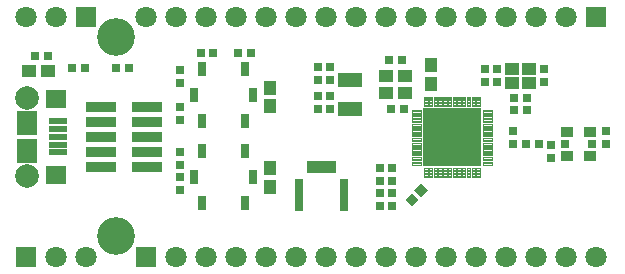
<source format=gts>
G75*
%MOIN*%
%OFA0B0*%
%FSLAX25Y25*%
%IPPOS*%
%LPD*%
%AMOC8*
5,1,8,0,0,1.08239X$1,22.5*
%
%ADD10C,0.00472*%
%ADD11R,0.19291X0.19291*%
%ADD12C,0.04362*%
%ADD13R,0.04528X0.04134*%
%ADD14R,0.03150X0.03150*%
%ADD15R,0.04921X0.04331*%
%ADD16R,0.03150X0.03150*%
%ADD17R,0.04331X0.04921*%
%ADD18R,0.07874X0.04724*%
%ADD19R,0.03937X0.03740*%
%ADD20R,0.03071X0.02756*%
%ADD21R,0.02165X0.03937*%
%ADD22R,0.03150X0.11024*%
%ADD23R,0.10236X0.03780*%
%ADD24R,0.06102X0.02362*%
%ADD25R,0.07087X0.06299*%
%ADD26R,0.06890X0.08268*%
%ADD27C,0.07874*%
%ADD28C,0.12598*%
%ADD29R,0.03150X0.04724*%
%ADD30R,0.02559X0.04724*%
%ADD31R,0.07087X0.07087*%
%ADD32C,0.07087*%
D10*
X0137508Y0037063D02*
X0140382Y0037063D01*
X0137508Y0037063D02*
X0137508Y0038165D01*
X0140382Y0038165D01*
X0140382Y0037063D01*
X0140382Y0037534D02*
X0137508Y0037534D01*
X0137508Y0038005D02*
X0140382Y0038005D01*
X0140382Y0038638D02*
X0137508Y0038638D01*
X0137508Y0039740D01*
X0140382Y0039740D01*
X0140382Y0038638D01*
X0140382Y0039109D02*
X0137508Y0039109D01*
X0137508Y0039580D02*
X0140382Y0039580D01*
X0140382Y0040213D02*
X0137508Y0040213D01*
X0137508Y0041315D01*
X0140382Y0041315D01*
X0140382Y0040213D01*
X0140382Y0040684D02*
X0137508Y0040684D01*
X0137508Y0041155D02*
X0140382Y0041155D01*
X0140382Y0041788D02*
X0137508Y0041788D01*
X0137508Y0042890D01*
X0140382Y0042890D01*
X0140382Y0041788D01*
X0140382Y0042259D02*
X0137508Y0042259D01*
X0137508Y0042730D02*
X0140382Y0042730D01*
X0140382Y0043362D02*
X0137508Y0043362D01*
X0137508Y0044464D01*
X0140382Y0044464D01*
X0140382Y0043362D01*
X0140382Y0043833D02*
X0137508Y0043833D01*
X0137508Y0044304D02*
X0140382Y0044304D01*
X0140382Y0044937D02*
X0137508Y0044937D01*
X0137508Y0046039D01*
X0140382Y0046039D01*
X0140382Y0044937D01*
X0140382Y0045408D02*
X0137508Y0045408D01*
X0137508Y0045879D02*
X0140382Y0045879D01*
X0140382Y0046512D02*
X0137508Y0046512D01*
X0137508Y0047614D01*
X0140382Y0047614D01*
X0140382Y0046512D01*
X0140382Y0046983D02*
X0137508Y0046983D01*
X0137508Y0047454D02*
X0140382Y0047454D01*
X0140382Y0048087D02*
X0137508Y0048087D01*
X0137508Y0049189D01*
X0140382Y0049189D01*
X0140382Y0048087D01*
X0140382Y0048558D02*
X0137508Y0048558D01*
X0137508Y0049029D02*
X0140382Y0049029D01*
X0140382Y0049662D02*
X0137508Y0049662D01*
X0137508Y0050764D01*
X0140382Y0050764D01*
X0140382Y0049662D01*
X0140382Y0050133D02*
X0137508Y0050133D01*
X0137508Y0050604D02*
X0140382Y0050604D01*
X0140382Y0051236D02*
X0137508Y0051236D01*
X0137508Y0052338D01*
X0140382Y0052338D01*
X0140382Y0051236D01*
X0140382Y0051707D02*
X0137508Y0051707D01*
X0137508Y0052178D02*
X0140382Y0052178D01*
X0140382Y0052811D02*
X0137508Y0052811D01*
X0137508Y0053913D01*
X0140382Y0053913D01*
X0140382Y0052811D01*
X0140382Y0053282D02*
X0137508Y0053282D01*
X0137508Y0053753D02*
X0140382Y0053753D01*
X0140382Y0054386D02*
X0137508Y0054386D01*
X0137508Y0055488D01*
X0140382Y0055488D01*
X0140382Y0054386D01*
X0140382Y0054857D02*
X0137508Y0054857D01*
X0137508Y0055328D02*
X0140382Y0055328D01*
X0141543Y0056650D02*
X0141543Y0059524D01*
X0142645Y0059524D01*
X0142645Y0056650D01*
X0141543Y0056650D01*
X0141543Y0057121D02*
X0142645Y0057121D01*
X0142645Y0057592D02*
X0141543Y0057592D01*
X0141543Y0058063D02*
X0142645Y0058063D01*
X0142645Y0058534D02*
X0141543Y0058534D01*
X0141543Y0059005D02*
X0142645Y0059005D01*
X0142645Y0059476D02*
X0141543Y0059476D01*
X0143118Y0059524D02*
X0143118Y0056650D01*
X0143118Y0059524D02*
X0144220Y0059524D01*
X0144220Y0056650D01*
X0143118Y0056650D01*
X0143118Y0057121D02*
X0144220Y0057121D01*
X0144220Y0057592D02*
X0143118Y0057592D01*
X0143118Y0058063D02*
X0144220Y0058063D01*
X0144220Y0058534D02*
X0143118Y0058534D01*
X0143118Y0059005D02*
X0144220Y0059005D01*
X0144220Y0059476D02*
X0143118Y0059476D01*
X0144693Y0059524D02*
X0144693Y0056650D01*
X0144693Y0059524D02*
X0145795Y0059524D01*
X0145795Y0056650D01*
X0144693Y0056650D01*
X0144693Y0057121D02*
X0145795Y0057121D01*
X0145795Y0057592D02*
X0144693Y0057592D01*
X0144693Y0058063D02*
X0145795Y0058063D01*
X0145795Y0058534D02*
X0144693Y0058534D01*
X0144693Y0059005D02*
X0145795Y0059005D01*
X0145795Y0059476D02*
X0144693Y0059476D01*
X0146268Y0059524D02*
X0146268Y0056650D01*
X0146268Y0059524D02*
X0147370Y0059524D01*
X0147370Y0056650D01*
X0146268Y0056650D01*
X0146268Y0057121D02*
X0147370Y0057121D01*
X0147370Y0057592D02*
X0146268Y0057592D01*
X0146268Y0058063D02*
X0147370Y0058063D01*
X0147370Y0058534D02*
X0146268Y0058534D01*
X0146268Y0059005D02*
X0147370Y0059005D01*
X0147370Y0059476D02*
X0146268Y0059476D01*
X0147843Y0059524D02*
X0147843Y0056650D01*
X0147843Y0059524D02*
X0148945Y0059524D01*
X0148945Y0056650D01*
X0147843Y0056650D01*
X0147843Y0057121D02*
X0148945Y0057121D01*
X0148945Y0057592D02*
X0147843Y0057592D01*
X0147843Y0058063D02*
X0148945Y0058063D01*
X0148945Y0058534D02*
X0147843Y0058534D01*
X0147843Y0059005D02*
X0148945Y0059005D01*
X0148945Y0059476D02*
X0147843Y0059476D01*
X0149418Y0059524D02*
X0149418Y0056650D01*
X0149418Y0059524D02*
X0150520Y0059524D01*
X0150520Y0056650D01*
X0149418Y0056650D01*
X0149418Y0057121D02*
X0150520Y0057121D01*
X0150520Y0057592D02*
X0149418Y0057592D01*
X0149418Y0058063D02*
X0150520Y0058063D01*
X0150520Y0058534D02*
X0149418Y0058534D01*
X0149418Y0059005D02*
X0150520Y0059005D01*
X0150520Y0059476D02*
X0149418Y0059476D01*
X0150992Y0059524D02*
X0150992Y0056650D01*
X0150992Y0059524D02*
X0152094Y0059524D01*
X0152094Y0056650D01*
X0150992Y0056650D01*
X0150992Y0057121D02*
X0152094Y0057121D01*
X0152094Y0057592D02*
X0150992Y0057592D01*
X0150992Y0058063D02*
X0152094Y0058063D01*
X0152094Y0058534D02*
X0150992Y0058534D01*
X0150992Y0059005D02*
X0152094Y0059005D01*
X0152094Y0059476D02*
X0150992Y0059476D01*
X0152567Y0059524D02*
X0152567Y0056650D01*
X0152567Y0059524D02*
X0153669Y0059524D01*
X0153669Y0056650D01*
X0152567Y0056650D01*
X0152567Y0057121D02*
X0153669Y0057121D01*
X0153669Y0057592D02*
X0152567Y0057592D01*
X0152567Y0058063D02*
X0153669Y0058063D01*
X0153669Y0058534D02*
X0152567Y0058534D01*
X0152567Y0059005D02*
X0153669Y0059005D01*
X0153669Y0059476D02*
X0152567Y0059476D01*
X0154142Y0059524D02*
X0154142Y0056650D01*
X0154142Y0059524D02*
X0155244Y0059524D01*
X0155244Y0056650D01*
X0154142Y0056650D01*
X0154142Y0057121D02*
X0155244Y0057121D01*
X0155244Y0057592D02*
X0154142Y0057592D01*
X0154142Y0058063D02*
X0155244Y0058063D01*
X0155244Y0058534D02*
X0154142Y0058534D01*
X0154142Y0059005D02*
X0155244Y0059005D01*
X0155244Y0059476D02*
X0154142Y0059476D01*
X0155717Y0059524D02*
X0155717Y0056650D01*
X0155717Y0059524D02*
X0156819Y0059524D01*
X0156819Y0056650D01*
X0155717Y0056650D01*
X0155717Y0057121D02*
X0156819Y0057121D01*
X0156819Y0057592D02*
X0155717Y0057592D01*
X0155717Y0058063D02*
X0156819Y0058063D01*
X0156819Y0058534D02*
X0155717Y0058534D01*
X0155717Y0059005D02*
X0156819Y0059005D01*
X0156819Y0059476D02*
X0155717Y0059476D01*
X0157292Y0059524D02*
X0157292Y0056650D01*
X0157292Y0059524D02*
X0158394Y0059524D01*
X0158394Y0056650D01*
X0157292Y0056650D01*
X0157292Y0057121D02*
X0158394Y0057121D01*
X0158394Y0057592D02*
X0157292Y0057592D01*
X0157292Y0058063D02*
X0158394Y0058063D01*
X0158394Y0058534D02*
X0157292Y0058534D01*
X0157292Y0059005D02*
X0158394Y0059005D01*
X0158394Y0059476D02*
X0157292Y0059476D01*
X0158866Y0059524D02*
X0158866Y0056650D01*
X0158866Y0059524D02*
X0159968Y0059524D01*
X0159968Y0056650D01*
X0158866Y0056650D01*
X0158866Y0057121D02*
X0159968Y0057121D01*
X0159968Y0057592D02*
X0158866Y0057592D01*
X0158866Y0058063D02*
X0159968Y0058063D01*
X0159968Y0058534D02*
X0158866Y0058534D01*
X0158866Y0059005D02*
X0159968Y0059005D01*
X0159968Y0059476D02*
X0158866Y0059476D01*
X0161130Y0055488D02*
X0164004Y0055488D01*
X0164004Y0054386D01*
X0161130Y0054386D01*
X0161130Y0055488D01*
X0161130Y0054857D02*
X0164004Y0054857D01*
X0164004Y0055328D02*
X0161130Y0055328D01*
X0161130Y0053913D02*
X0164004Y0053913D01*
X0164004Y0052811D01*
X0161130Y0052811D01*
X0161130Y0053913D01*
X0161130Y0053282D02*
X0164004Y0053282D01*
X0164004Y0053753D02*
X0161130Y0053753D01*
X0161130Y0052338D02*
X0164004Y0052338D01*
X0164004Y0051236D01*
X0161130Y0051236D01*
X0161130Y0052338D01*
X0161130Y0051707D02*
X0164004Y0051707D01*
X0164004Y0052178D02*
X0161130Y0052178D01*
X0161130Y0050764D02*
X0164004Y0050764D01*
X0164004Y0049662D01*
X0161130Y0049662D01*
X0161130Y0050764D01*
X0161130Y0050133D02*
X0164004Y0050133D01*
X0164004Y0050604D02*
X0161130Y0050604D01*
X0161130Y0049189D02*
X0164004Y0049189D01*
X0164004Y0048087D01*
X0161130Y0048087D01*
X0161130Y0049189D01*
X0161130Y0048558D02*
X0164004Y0048558D01*
X0164004Y0049029D02*
X0161130Y0049029D01*
X0161130Y0047614D02*
X0164004Y0047614D01*
X0164004Y0046512D01*
X0161130Y0046512D01*
X0161130Y0047614D01*
X0161130Y0046983D02*
X0164004Y0046983D01*
X0164004Y0047454D02*
X0161130Y0047454D01*
X0161130Y0046039D02*
X0164004Y0046039D01*
X0164004Y0044937D01*
X0161130Y0044937D01*
X0161130Y0046039D01*
X0161130Y0045408D02*
X0164004Y0045408D01*
X0164004Y0045879D02*
X0161130Y0045879D01*
X0161130Y0044464D02*
X0164004Y0044464D01*
X0164004Y0043362D01*
X0161130Y0043362D01*
X0161130Y0044464D01*
X0161130Y0043833D02*
X0164004Y0043833D01*
X0164004Y0044304D02*
X0161130Y0044304D01*
X0161130Y0042890D02*
X0164004Y0042890D01*
X0164004Y0041788D01*
X0161130Y0041788D01*
X0161130Y0042890D01*
X0161130Y0042259D02*
X0164004Y0042259D01*
X0164004Y0042730D02*
X0161130Y0042730D01*
X0161130Y0041315D02*
X0164004Y0041315D01*
X0164004Y0040213D01*
X0161130Y0040213D01*
X0161130Y0041315D01*
X0161130Y0040684D02*
X0164004Y0040684D01*
X0164004Y0041155D02*
X0161130Y0041155D01*
X0161130Y0039740D02*
X0164004Y0039740D01*
X0164004Y0038638D01*
X0161130Y0038638D01*
X0161130Y0039740D01*
X0161130Y0039109D02*
X0164004Y0039109D01*
X0164004Y0039580D02*
X0161130Y0039580D01*
X0161130Y0038165D02*
X0164004Y0038165D01*
X0164004Y0037063D01*
X0161130Y0037063D01*
X0161130Y0038165D01*
X0161130Y0037534D02*
X0164004Y0037534D01*
X0164004Y0038005D02*
X0161130Y0038005D01*
X0159968Y0035902D02*
X0159968Y0033028D01*
X0158866Y0033028D01*
X0158866Y0035902D01*
X0159968Y0035902D01*
X0159968Y0033499D02*
X0158866Y0033499D01*
X0158866Y0033970D02*
X0159968Y0033970D01*
X0159968Y0034441D02*
X0158866Y0034441D01*
X0158866Y0034912D02*
X0159968Y0034912D01*
X0159968Y0035383D02*
X0158866Y0035383D01*
X0158866Y0035854D02*
X0159968Y0035854D01*
X0158394Y0035902D02*
X0158394Y0033028D01*
X0157292Y0033028D01*
X0157292Y0035902D01*
X0158394Y0035902D01*
X0158394Y0033499D02*
X0157292Y0033499D01*
X0157292Y0033970D02*
X0158394Y0033970D01*
X0158394Y0034441D02*
X0157292Y0034441D01*
X0157292Y0034912D02*
X0158394Y0034912D01*
X0158394Y0035383D02*
X0157292Y0035383D01*
X0157292Y0035854D02*
X0158394Y0035854D01*
X0156819Y0035902D02*
X0156819Y0033028D01*
X0155717Y0033028D01*
X0155717Y0035902D01*
X0156819Y0035902D01*
X0156819Y0033499D02*
X0155717Y0033499D01*
X0155717Y0033970D02*
X0156819Y0033970D01*
X0156819Y0034441D02*
X0155717Y0034441D01*
X0155717Y0034912D02*
X0156819Y0034912D01*
X0156819Y0035383D02*
X0155717Y0035383D01*
X0155717Y0035854D02*
X0156819Y0035854D01*
X0155244Y0035902D02*
X0155244Y0033028D01*
X0154142Y0033028D01*
X0154142Y0035902D01*
X0155244Y0035902D01*
X0155244Y0033499D02*
X0154142Y0033499D01*
X0154142Y0033970D02*
X0155244Y0033970D01*
X0155244Y0034441D02*
X0154142Y0034441D01*
X0154142Y0034912D02*
X0155244Y0034912D01*
X0155244Y0035383D02*
X0154142Y0035383D01*
X0154142Y0035854D02*
X0155244Y0035854D01*
X0153669Y0035902D02*
X0153669Y0033028D01*
X0152567Y0033028D01*
X0152567Y0035902D01*
X0153669Y0035902D01*
X0153669Y0033499D02*
X0152567Y0033499D01*
X0152567Y0033970D02*
X0153669Y0033970D01*
X0153669Y0034441D02*
X0152567Y0034441D01*
X0152567Y0034912D02*
X0153669Y0034912D01*
X0153669Y0035383D02*
X0152567Y0035383D01*
X0152567Y0035854D02*
X0153669Y0035854D01*
X0152094Y0035902D02*
X0152094Y0033028D01*
X0150992Y0033028D01*
X0150992Y0035902D01*
X0152094Y0035902D01*
X0152094Y0033499D02*
X0150992Y0033499D01*
X0150992Y0033970D02*
X0152094Y0033970D01*
X0152094Y0034441D02*
X0150992Y0034441D01*
X0150992Y0034912D02*
X0152094Y0034912D01*
X0152094Y0035383D02*
X0150992Y0035383D01*
X0150992Y0035854D02*
X0152094Y0035854D01*
X0150520Y0035902D02*
X0150520Y0033028D01*
X0149418Y0033028D01*
X0149418Y0035902D01*
X0150520Y0035902D01*
X0150520Y0033499D02*
X0149418Y0033499D01*
X0149418Y0033970D02*
X0150520Y0033970D01*
X0150520Y0034441D02*
X0149418Y0034441D01*
X0149418Y0034912D02*
X0150520Y0034912D01*
X0150520Y0035383D02*
X0149418Y0035383D01*
X0149418Y0035854D02*
X0150520Y0035854D01*
X0148945Y0035902D02*
X0148945Y0033028D01*
X0147843Y0033028D01*
X0147843Y0035902D01*
X0148945Y0035902D01*
X0148945Y0033499D02*
X0147843Y0033499D01*
X0147843Y0033970D02*
X0148945Y0033970D01*
X0148945Y0034441D02*
X0147843Y0034441D01*
X0147843Y0034912D02*
X0148945Y0034912D01*
X0148945Y0035383D02*
X0147843Y0035383D01*
X0147843Y0035854D02*
X0148945Y0035854D01*
X0147370Y0035902D02*
X0147370Y0033028D01*
X0146268Y0033028D01*
X0146268Y0035902D01*
X0147370Y0035902D01*
X0147370Y0033499D02*
X0146268Y0033499D01*
X0146268Y0033970D02*
X0147370Y0033970D01*
X0147370Y0034441D02*
X0146268Y0034441D01*
X0146268Y0034912D02*
X0147370Y0034912D01*
X0147370Y0035383D02*
X0146268Y0035383D01*
X0146268Y0035854D02*
X0147370Y0035854D01*
X0145795Y0035902D02*
X0145795Y0033028D01*
X0144693Y0033028D01*
X0144693Y0035902D01*
X0145795Y0035902D01*
X0145795Y0033499D02*
X0144693Y0033499D01*
X0144693Y0033970D02*
X0145795Y0033970D01*
X0145795Y0034441D02*
X0144693Y0034441D01*
X0144693Y0034912D02*
X0145795Y0034912D01*
X0145795Y0035383D02*
X0144693Y0035383D01*
X0144693Y0035854D02*
X0145795Y0035854D01*
X0144220Y0035902D02*
X0144220Y0033028D01*
X0143118Y0033028D01*
X0143118Y0035902D01*
X0144220Y0035902D01*
X0144220Y0033499D02*
X0143118Y0033499D01*
X0143118Y0033970D02*
X0144220Y0033970D01*
X0144220Y0034441D02*
X0143118Y0034441D01*
X0143118Y0034912D02*
X0144220Y0034912D01*
X0144220Y0035383D02*
X0143118Y0035383D01*
X0143118Y0035854D02*
X0144220Y0035854D01*
X0142645Y0035902D02*
X0142645Y0033028D01*
X0141543Y0033028D01*
X0141543Y0035902D01*
X0142645Y0035902D01*
X0142645Y0033499D02*
X0141543Y0033499D01*
X0141543Y0033970D02*
X0142645Y0033970D01*
X0142645Y0034441D02*
X0141543Y0034441D01*
X0141543Y0034912D02*
X0142645Y0034912D01*
X0142645Y0035383D02*
X0141543Y0035383D01*
X0141543Y0035854D02*
X0142645Y0035854D01*
D11*
X0150756Y0046276D03*
D12*
X0153118Y0043913D03*
X0157843Y0043913D03*
X0157843Y0039189D03*
X0153118Y0039189D03*
X0148394Y0039189D03*
X0143669Y0039189D03*
X0143669Y0043913D03*
X0148394Y0043913D03*
X0148394Y0048638D03*
X0143669Y0048638D03*
X0143669Y0053362D03*
X0148394Y0053362D03*
X0153118Y0053362D03*
X0157843Y0053362D03*
X0157843Y0048638D03*
X0153118Y0048638D03*
D13*
X0170736Y0064484D03*
X0176445Y0064484D03*
X0176445Y0069012D03*
X0170736Y0069012D03*
D14*
X0165717Y0068913D03*
X0161780Y0068913D03*
X0161780Y0064583D03*
X0165717Y0064583D03*
X0171425Y0059268D03*
X0175756Y0059268D03*
X0175756Y0055331D03*
X0171425Y0055331D03*
X0171228Y0048441D03*
X0171228Y0044110D03*
X0175362Y0044110D03*
X0179693Y0044110D03*
X0183827Y0043717D03*
X0183827Y0039386D03*
X0201937Y0043913D03*
X0201937Y0048244D03*
X0181465Y0064583D03*
X0181465Y0068913D03*
X0134024Y0071866D03*
X0129693Y0071866D03*
X0110205Y0069701D03*
X0106268Y0069701D03*
X0106268Y0065370D03*
X0110205Y0065370D03*
X0110205Y0059858D03*
X0106268Y0059858D03*
X0106268Y0055528D03*
X0110205Y0055528D03*
X0130480Y0055724D03*
X0134811Y0055724D03*
X0130677Y0035843D03*
X0126740Y0035843D03*
X0126740Y0031512D03*
X0130677Y0031512D03*
X0130677Y0027575D03*
X0126740Y0027575D03*
X0126740Y0023244D03*
X0130677Y0023244D03*
X0060047Y0028756D03*
X0060047Y0033087D03*
X0060047Y0037024D03*
X0060047Y0041354D03*
X0060047Y0051984D03*
X0060047Y0056315D03*
X0060047Y0064189D03*
X0060047Y0068520D03*
X0066937Y0074228D03*
X0071268Y0074228D03*
X0079535Y0074228D03*
X0083866Y0074228D03*
X0043118Y0069504D03*
X0038787Y0069504D03*
X0028551Y0069504D03*
X0024220Y0069504D03*
X0016150Y0073441D03*
X0011819Y0073441D03*
D15*
X0009654Y0068323D03*
X0015953Y0068323D03*
X0128709Y0066748D03*
X0135008Y0066748D03*
X0135008Y0060843D03*
X0128709Y0060843D03*
D16*
G36*
X0138249Y0028515D02*
X0140476Y0030742D01*
X0142703Y0028515D01*
X0140476Y0026288D01*
X0138249Y0028515D01*
G37*
G36*
X0135187Y0025453D02*
X0137414Y0027680D01*
X0139641Y0025453D01*
X0137414Y0023226D01*
X0135187Y0025453D01*
G37*
D17*
X0089969Y0029740D03*
X0089969Y0036039D03*
X0089969Y0056512D03*
X0089969Y0062811D03*
X0143669Y0063992D03*
X0143669Y0070291D03*
D18*
X0116898Y0065370D03*
X0116898Y0055528D03*
D19*
X0189142Y0048146D03*
X0196622Y0048146D03*
X0196622Y0040075D03*
X0189142Y0040075D03*
D20*
X0188315Y0044110D03*
X0197449Y0044110D03*
D21*
X0111268Y0036197D03*
X0109299Y0036197D03*
X0107331Y0036197D03*
X0105362Y0036197D03*
X0103394Y0036197D03*
D22*
X0099850Y0027142D03*
X0114811Y0027142D03*
D23*
X0049181Y0036394D03*
X0049181Y0041394D03*
X0049181Y0046394D03*
X0049181Y0051394D03*
X0049181Y0056394D03*
X0033827Y0056394D03*
X0033827Y0051394D03*
X0033827Y0046394D03*
X0033827Y0041394D03*
X0033827Y0036394D03*
D24*
X0019535Y0041276D03*
X0019535Y0043835D03*
X0019535Y0046394D03*
X0019535Y0048953D03*
X0019535Y0051512D03*
D25*
X0018650Y0058992D03*
X0018650Y0033795D03*
D26*
X0009004Y0041669D03*
X0009004Y0051118D03*
D27*
X0009004Y0059386D03*
X0009004Y0033402D03*
D28*
X0038748Y0013185D03*
X0038748Y0079602D03*
D29*
X0067331Y0069110D03*
X0081898Y0069110D03*
X0081898Y0051787D03*
X0067331Y0051787D03*
X0067331Y0041551D03*
X0081898Y0041551D03*
X0081898Y0024228D03*
X0067331Y0024228D03*
D30*
X0064673Y0032890D03*
X0084555Y0032890D03*
X0084555Y0060449D03*
X0064673Y0060449D03*
D31*
X0008748Y0006394D03*
X0048748Y0006394D03*
X0028748Y0086394D03*
X0198748Y0086394D03*
D32*
X0188748Y0086394D03*
X0178748Y0086394D03*
X0168748Y0086394D03*
X0158748Y0086394D03*
X0148748Y0086394D03*
X0138748Y0086394D03*
X0128748Y0086394D03*
X0118748Y0086394D03*
X0108748Y0086394D03*
X0098748Y0086394D03*
X0088748Y0086394D03*
X0078748Y0086394D03*
X0068748Y0086394D03*
X0058748Y0086394D03*
X0048748Y0086394D03*
X0018748Y0086394D03*
X0008748Y0086394D03*
X0018748Y0006394D03*
X0028748Y0006394D03*
X0058748Y0006394D03*
X0068748Y0006394D03*
X0078748Y0006394D03*
X0088748Y0006394D03*
X0098748Y0006394D03*
X0108748Y0006394D03*
X0118748Y0006394D03*
X0128748Y0006394D03*
X0138748Y0006394D03*
X0148748Y0006394D03*
X0158748Y0006394D03*
X0168748Y0006394D03*
X0178748Y0006394D03*
X0188748Y0006394D03*
X0198748Y0006394D03*
M02*

</source>
